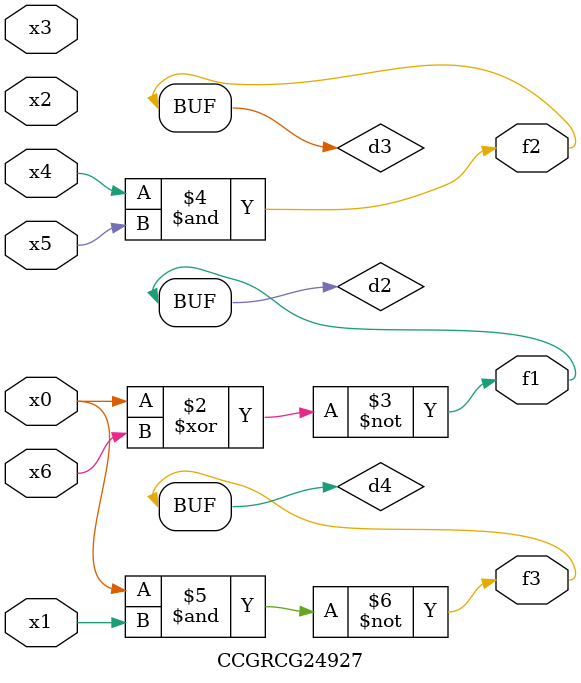
<source format=v>
module CCGRCG24927(
	input x0, x1, x2, x3, x4, x5, x6,
	output f1, f2, f3
);

	wire d1, d2, d3, d4;

	nor (d1, x0);
	xnor (d2, x0, x6);
	and (d3, x4, x5);
	nand (d4, x0, x1);
	assign f1 = d2;
	assign f2 = d3;
	assign f3 = d4;
endmodule

</source>
